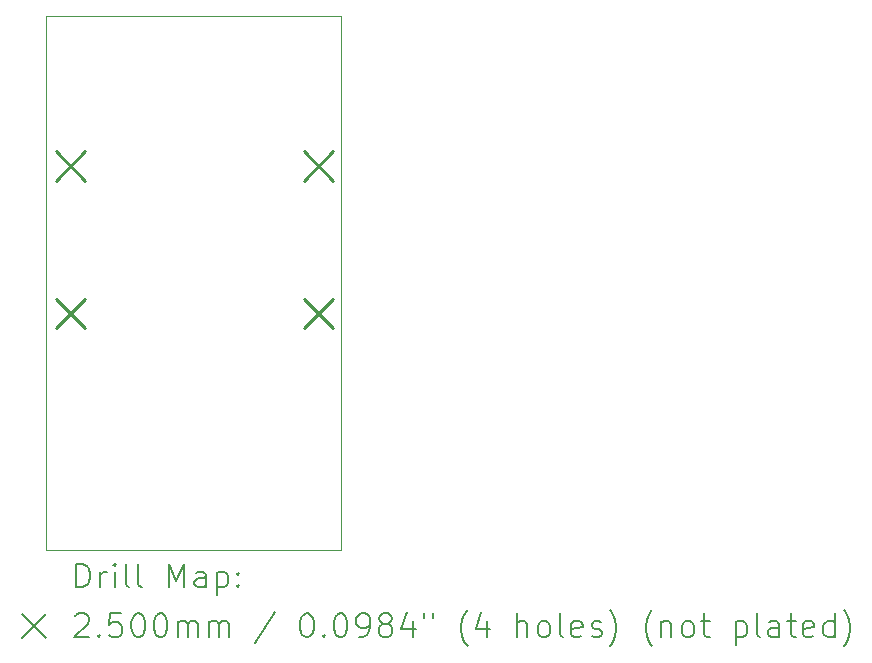
<source format=gbr>
%TF.GenerationSoftware,KiCad,Pcbnew,8.0.5*%
%TF.CreationDate,2024-12-17T10:43:07+01:00*%
%TF.ProjectId,ffc2hdmi,66666332-6864-46d6-992e-6b696361645f,rev?*%
%TF.SameCoordinates,Original*%
%TF.FileFunction,Drillmap*%
%TF.FilePolarity,Positive*%
%FSLAX45Y45*%
G04 Gerber Fmt 4.5, Leading zero omitted, Abs format (unit mm)*
G04 Created by KiCad (PCBNEW 8.0.5) date 2024-12-17 10:43:07*
%MOMM*%
%LPD*%
G01*
G04 APERTURE LIST*
%ADD10C,0.050000*%
%ADD11C,0.200000*%
%ADD12C,0.250000*%
G04 APERTURE END LIST*
D10*
X13600110Y-7905000D02*
X16100110Y-7905000D01*
X16100110Y-12430000D01*
X13600110Y-12430000D01*
X13600110Y-7905000D01*
D11*
D12*
X13685000Y-10300400D02*
X13935000Y-10550400D01*
X13935000Y-10300400D02*
X13685000Y-10550400D01*
X13685110Y-9050360D02*
X13935110Y-9300360D01*
X13935110Y-9050360D02*
X13685110Y-9300360D01*
X15785000Y-10300400D02*
X16035000Y-10550400D01*
X16035000Y-10300400D02*
X15785000Y-10550400D01*
X15785110Y-9050360D02*
X16035110Y-9300360D01*
X16035110Y-9050360D02*
X15785110Y-9300360D01*
D11*
X13858387Y-12743984D02*
X13858387Y-12543984D01*
X13858387Y-12543984D02*
X13906006Y-12543984D01*
X13906006Y-12543984D02*
X13934577Y-12553508D01*
X13934577Y-12553508D02*
X13953625Y-12572555D01*
X13953625Y-12572555D02*
X13963149Y-12591603D01*
X13963149Y-12591603D02*
X13972672Y-12629698D01*
X13972672Y-12629698D02*
X13972672Y-12658269D01*
X13972672Y-12658269D02*
X13963149Y-12696365D01*
X13963149Y-12696365D02*
X13953625Y-12715412D01*
X13953625Y-12715412D02*
X13934577Y-12734460D01*
X13934577Y-12734460D02*
X13906006Y-12743984D01*
X13906006Y-12743984D02*
X13858387Y-12743984D01*
X14058387Y-12743984D02*
X14058387Y-12610650D01*
X14058387Y-12648746D02*
X14067911Y-12629698D01*
X14067911Y-12629698D02*
X14077434Y-12620174D01*
X14077434Y-12620174D02*
X14096482Y-12610650D01*
X14096482Y-12610650D02*
X14115530Y-12610650D01*
X14182196Y-12743984D02*
X14182196Y-12610650D01*
X14182196Y-12543984D02*
X14172672Y-12553508D01*
X14172672Y-12553508D02*
X14182196Y-12563031D01*
X14182196Y-12563031D02*
X14191720Y-12553508D01*
X14191720Y-12553508D02*
X14182196Y-12543984D01*
X14182196Y-12543984D02*
X14182196Y-12563031D01*
X14306006Y-12743984D02*
X14286958Y-12734460D01*
X14286958Y-12734460D02*
X14277434Y-12715412D01*
X14277434Y-12715412D02*
X14277434Y-12543984D01*
X14410768Y-12743984D02*
X14391720Y-12734460D01*
X14391720Y-12734460D02*
X14382196Y-12715412D01*
X14382196Y-12715412D02*
X14382196Y-12543984D01*
X14639339Y-12743984D02*
X14639339Y-12543984D01*
X14639339Y-12543984D02*
X14706006Y-12686841D01*
X14706006Y-12686841D02*
X14772672Y-12543984D01*
X14772672Y-12543984D02*
X14772672Y-12743984D01*
X14953625Y-12743984D02*
X14953625Y-12639222D01*
X14953625Y-12639222D02*
X14944101Y-12620174D01*
X14944101Y-12620174D02*
X14925053Y-12610650D01*
X14925053Y-12610650D02*
X14886958Y-12610650D01*
X14886958Y-12610650D02*
X14867911Y-12620174D01*
X14953625Y-12734460D02*
X14934577Y-12743984D01*
X14934577Y-12743984D02*
X14886958Y-12743984D01*
X14886958Y-12743984D02*
X14867911Y-12734460D01*
X14867911Y-12734460D02*
X14858387Y-12715412D01*
X14858387Y-12715412D02*
X14858387Y-12696365D01*
X14858387Y-12696365D02*
X14867911Y-12677317D01*
X14867911Y-12677317D02*
X14886958Y-12667793D01*
X14886958Y-12667793D02*
X14934577Y-12667793D01*
X14934577Y-12667793D02*
X14953625Y-12658269D01*
X15048863Y-12610650D02*
X15048863Y-12810650D01*
X15048863Y-12620174D02*
X15067911Y-12610650D01*
X15067911Y-12610650D02*
X15106006Y-12610650D01*
X15106006Y-12610650D02*
X15125053Y-12620174D01*
X15125053Y-12620174D02*
X15134577Y-12629698D01*
X15134577Y-12629698D02*
X15144101Y-12648746D01*
X15144101Y-12648746D02*
X15144101Y-12705888D01*
X15144101Y-12705888D02*
X15134577Y-12724936D01*
X15134577Y-12724936D02*
X15125053Y-12734460D01*
X15125053Y-12734460D02*
X15106006Y-12743984D01*
X15106006Y-12743984D02*
X15067911Y-12743984D01*
X15067911Y-12743984D02*
X15048863Y-12734460D01*
X15229815Y-12724936D02*
X15239339Y-12734460D01*
X15239339Y-12734460D02*
X15229815Y-12743984D01*
X15229815Y-12743984D02*
X15220292Y-12734460D01*
X15220292Y-12734460D02*
X15229815Y-12724936D01*
X15229815Y-12724936D02*
X15229815Y-12743984D01*
X15229815Y-12620174D02*
X15239339Y-12629698D01*
X15239339Y-12629698D02*
X15229815Y-12639222D01*
X15229815Y-12639222D02*
X15220292Y-12629698D01*
X15220292Y-12629698D02*
X15229815Y-12620174D01*
X15229815Y-12620174D02*
X15229815Y-12639222D01*
X13397610Y-12972500D02*
X13597610Y-13172500D01*
X13597610Y-12972500D02*
X13397610Y-13172500D01*
X13848863Y-12983031D02*
X13858387Y-12973508D01*
X13858387Y-12973508D02*
X13877434Y-12963984D01*
X13877434Y-12963984D02*
X13925053Y-12963984D01*
X13925053Y-12963984D02*
X13944101Y-12973508D01*
X13944101Y-12973508D02*
X13953625Y-12983031D01*
X13953625Y-12983031D02*
X13963149Y-13002079D01*
X13963149Y-13002079D02*
X13963149Y-13021127D01*
X13963149Y-13021127D02*
X13953625Y-13049698D01*
X13953625Y-13049698D02*
X13839339Y-13163984D01*
X13839339Y-13163984D02*
X13963149Y-13163984D01*
X14048863Y-13144936D02*
X14058387Y-13154460D01*
X14058387Y-13154460D02*
X14048863Y-13163984D01*
X14048863Y-13163984D02*
X14039339Y-13154460D01*
X14039339Y-13154460D02*
X14048863Y-13144936D01*
X14048863Y-13144936D02*
X14048863Y-13163984D01*
X14239339Y-12963984D02*
X14144101Y-12963984D01*
X14144101Y-12963984D02*
X14134577Y-13059222D01*
X14134577Y-13059222D02*
X14144101Y-13049698D01*
X14144101Y-13049698D02*
X14163149Y-13040174D01*
X14163149Y-13040174D02*
X14210768Y-13040174D01*
X14210768Y-13040174D02*
X14229815Y-13049698D01*
X14229815Y-13049698D02*
X14239339Y-13059222D01*
X14239339Y-13059222D02*
X14248863Y-13078269D01*
X14248863Y-13078269D02*
X14248863Y-13125888D01*
X14248863Y-13125888D02*
X14239339Y-13144936D01*
X14239339Y-13144936D02*
X14229815Y-13154460D01*
X14229815Y-13154460D02*
X14210768Y-13163984D01*
X14210768Y-13163984D02*
X14163149Y-13163984D01*
X14163149Y-13163984D02*
X14144101Y-13154460D01*
X14144101Y-13154460D02*
X14134577Y-13144936D01*
X14372672Y-12963984D02*
X14391720Y-12963984D01*
X14391720Y-12963984D02*
X14410768Y-12973508D01*
X14410768Y-12973508D02*
X14420292Y-12983031D01*
X14420292Y-12983031D02*
X14429815Y-13002079D01*
X14429815Y-13002079D02*
X14439339Y-13040174D01*
X14439339Y-13040174D02*
X14439339Y-13087793D01*
X14439339Y-13087793D02*
X14429815Y-13125888D01*
X14429815Y-13125888D02*
X14420292Y-13144936D01*
X14420292Y-13144936D02*
X14410768Y-13154460D01*
X14410768Y-13154460D02*
X14391720Y-13163984D01*
X14391720Y-13163984D02*
X14372672Y-13163984D01*
X14372672Y-13163984D02*
X14353625Y-13154460D01*
X14353625Y-13154460D02*
X14344101Y-13144936D01*
X14344101Y-13144936D02*
X14334577Y-13125888D01*
X14334577Y-13125888D02*
X14325053Y-13087793D01*
X14325053Y-13087793D02*
X14325053Y-13040174D01*
X14325053Y-13040174D02*
X14334577Y-13002079D01*
X14334577Y-13002079D02*
X14344101Y-12983031D01*
X14344101Y-12983031D02*
X14353625Y-12973508D01*
X14353625Y-12973508D02*
X14372672Y-12963984D01*
X14563149Y-12963984D02*
X14582196Y-12963984D01*
X14582196Y-12963984D02*
X14601244Y-12973508D01*
X14601244Y-12973508D02*
X14610768Y-12983031D01*
X14610768Y-12983031D02*
X14620292Y-13002079D01*
X14620292Y-13002079D02*
X14629815Y-13040174D01*
X14629815Y-13040174D02*
X14629815Y-13087793D01*
X14629815Y-13087793D02*
X14620292Y-13125888D01*
X14620292Y-13125888D02*
X14610768Y-13144936D01*
X14610768Y-13144936D02*
X14601244Y-13154460D01*
X14601244Y-13154460D02*
X14582196Y-13163984D01*
X14582196Y-13163984D02*
X14563149Y-13163984D01*
X14563149Y-13163984D02*
X14544101Y-13154460D01*
X14544101Y-13154460D02*
X14534577Y-13144936D01*
X14534577Y-13144936D02*
X14525053Y-13125888D01*
X14525053Y-13125888D02*
X14515530Y-13087793D01*
X14515530Y-13087793D02*
X14515530Y-13040174D01*
X14515530Y-13040174D02*
X14525053Y-13002079D01*
X14525053Y-13002079D02*
X14534577Y-12983031D01*
X14534577Y-12983031D02*
X14544101Y-12973508D01*
X14544101Y-12973508D02*
X14563149Y-12963984D01*
X14715530Y-13163984D02*
X14715530Y-13030650D01*
X14715530Y-13049698D02*
X14725053Y-13040174D01*
X14725053Y-13040174D02*
X14744101Y-13030650D01*
X14744101Y-13030650D02*
X14772673Y-13030650D01*
X14772673Y-13030650D02*
X14791720Y-13040174D01*
X14791720Y-13040174D02*
X14801244Y-13059222D01*
X14801244Y-13059222D02*
X14801244Y-13163984D01*
X14801244Y-13059222D02*
X14810768Y-13040174D01*
X14810768Y-13040174D02*
X14829815Y-13030650D01*
X14829815Y-13030650D02*
X14858387Y-13030650D01*
X14858387Y-13030650D02*
X14877434Y-13040174D01*
X14877434Y-13040174D02*
X14886958Y-13059222D01*
X14886958Y-13059222D02*
X14886958Y-13163984D01*
X14982196Y-13163984D02*
X14982196Y-13030650D01*
X14982196Y-13049698D02*
X14991720Y-13040174D01*
X14991720Y-13040174D02*
X15010768Y-13030650D01*
X15010768Y-13030650D02*
X15039339Y-13030650D01*
X15039339Y-13030650D02*
X15058387Y-13040174D01*
X15058387Y-13040174D02*
X15067911Y-13059222D01*
X15067911Y-13059222D02*
X15067911Y-13163984D01*
X15067911Y-13059222D02*
X15077434Y-13040174D01*
X15077434Y-13040174D02*
X15096482Y-13030650D01*
X15096482Y-13030650D02*
X15125053Y-13030650D01*
X15125053Y-13030650D02*
X15144101Y-13040174D01*
X15144101Y-13040174D02*
X15153625Y-13059222D01*
X15153625Y-13059222D02*
X15153625Y-13163984D01*
X15544101Y-12954460D02*
X15372673Y-13211603D01*
X15801244Y-12963984D02*
X15820292Y-12963984D01*
X15820292Y-12963984D02*
X15839339Y-12973508D01*
X15839339Y-12973508D02*
X15848863Y-12983031D01*
X15848863Y-12983031D02*
X15858387Y-13002079D01*
X15858387Y-13002079D02*
X15867911Y-13040174D01*
X15867911Y-13040174D02*
X15867911Y-13087793D01*
X15867911Y-13087793D02*
X15858387Y-13125888D01*
X15858387Y-13125888D02*
X15848863Y-13144936D01*
X15848863Y-13144936D02*
X15839339Y-13154460D01*
X15839339Y-13154460D02*
X15820292Y-13163984D01*
X15820292Y-13163984D02*
X15801244Y-13163984D01*
X15801244Y-13163984D02*
X15782196Y-13154460D01*
X15782196Y-13154460D02*
X15772673Y-13144936D01*
X15772673Y-13144936D02*
X15763149Y-13125888D01*
X15763149Y-13125888D02*
X15753625Y-13087793D01*
X15753625Y-13087793D02*
X15753625Y-13040174D01*
X15753625Y-13040174D02*
X15763149Y-13002079D01*
X15763149Y-13002079D02*
X15772673Y-12983031D01*
X15772673Y-12983031D02*
X15782196Y-12973508D01*
X15782196Y-12973508D02*
X15801244Y-12963984D01*
X15953625Y-13144936D02*
X15963149Y-13154460D01*
X15963149Y-13154460D02*
X15953625Y-13163984D01*
X15953625Y-13163984D02*
X15944101Y-13154460D01*
X15944101Y-13154460D02*
X15953625Y-13144936D01*
X15953625Y-13144936D02*
X15953625Y-13163984D01*
X16086958Y-12963984D02*
X16106006Y-12963984D01*
X16106006Y-12963984D02*
X16125054Y-12973508D01*
X16125054Y-12973508D02*
X16134577Y-12983031D01*
X16134577Y-12983031D02*
X16144101Y-13002079D01*
X16144101Y-13002079D02*
X16153625Y-13040174D01*
X16153625Y-13040174D02*
X16153625Y-13087793D01*
X16153625Y-13087793D02*
X16144101Y-13125888D01*
X16144101Y-13125888D02*
X16134577Y-13144936D01*
X16134577Y-13144936D02*
X16125054Y-13154460D01*
X16125054Y-13154460D02*
X16106006Y-13163984D01*
X16106006Y-13163984D02*
X16086958Y-13163984D01*
X16086958Y-13163984D02*
X16067911Y-13154460D01*
X16067911Y-13154460D02*
X16058387Y-13144936D01*
X16058387Y-13144936D02*
X16048863Y-13125888D01*
X16048863Y-13125888D02*
X16039339Y-13087793D01*
X16039339Y-13087793D02*
X16039339Y-13040174D01*
X16039339Y-13040174D02*
X16048863Y-13002079D01*
X16048863Y-13002079D02*
X16058387Y-12983031D01*
X16058387Y-12983031D02*
X16067911Y-12973508D01*
X16067911Y-12973508D02*
X16086958Y-12963984D01*
X16248863Y-13163984D02*
X16286958Y-13163984D01*
X16286958Y-13163984D02*
X16306006Y-13154460D01*
X16306006Y-13154460D02*
X16315530Y-13144936D01*
X16315530Y-13144936D02*
X16334577Y-13116365D01*
X16334577Y-13116365D02*
X16344101Y-13078269D01*
X16344101Y-13078269D02*
X16344101Y-13002079D01*
X16344101Y-13002079D02*
X16334577Y-12983031D01*
X16334577Y-12983031D02*
X16325054Y-12973508D01*
X16325054Y-12973508D02*
X16306006Y-12963984D01*
X16306006Y-12963984D02*
X16267911Y-12963984D01*
X16267911Y-12963984D02*
X16248863Y-12973508D01*
X16248863Y-12973508D02*
X16239339Y-12983031D01*
X16239339Y-12983031D02*
X16229816Y-13002079D01*
X16229816Y-13002079D02*
X16229816Y-13049698D01*
X16229816Y-13049698D02*
X16239339Y-13068746D01*
X16239339Y-13068746D02*
X16248863Y-13078269D01*
X16248863Y-13078269D02*
X16267911Y-13087793D01*
X16267911Y-13087793D02*
X16306006Y-13087793D01*
X16306006Y-13087793D02*
X16325054Y-13078269D01*
X16325054Y-13078269D02*
X16334577Y-13068746D01*
X16334577Y-13068746D02*
X16344101Y-13049698D01*
X16458387Y-13049698D02*
X16439339Y-13040174D01*
X16439339Y-13040174D02*
X16429816Y-13030650D01*
X16429816Y-13030650D02*
X16420292Y-13011603D01*
X16420292Y-13011603D02*
X16420292Y-13002079D01*
X16420292Y-13002079D02*
X16429816Y-12983031D01*
X16429816Y-12983031D02*
X16439339Y-12973508D01*
X16439339Y-12973508D02*
X16458387Y-12963984D01*
X16458387Y-12963984D02*
X16496482Y-12963984D01*
X16496482Y-12963984D02*
X16515530Y-12973508D01*
X16515530Y-12973508D02*
X16525054Y-12983031D01*
X16525054Y-12983031D02*
X16534577Y-13002079D01*
X16534577Y-13002079D02*
X16534577Y-13011603D01*
X16534577Y-13011603D02*
X16525054Y-13030650D01*
X16525054Y-13030650D02*
X16515530Y-13040174D01*
X16515530Y-13040174D02*
X16496482Y-13049698D01*
X16496482Y-13049698D02*
X16458387Y-13049698D01*
X16458387Y-13049698D02*
X16439339Y-13059222D01*
X16439339Y-13059222D02*
X16429816Y-13068746D01*
X16429816Y-13068746D02*
X16420292Y-13087793D01*
X16420292Y-13087793D02*
X16420292Y-13125888D01*
X16420292Y-13125888D02*
X16429816Y-13144936D01*
X16429816Y-13144936D02*
X16439339Y-13154460D01*
X16439339Y-13154460D02*
X16458387Y-13163984D01*
X16458387Y-13163984D02*
X16496482Y-13163984D01*
X16496482Y-13163984D02*
X16515530Y-13154460D01*
X16515530Y-13154460D02*
X16525054Y-13144936D01*
X16525054Y-13144936D02*
X16534577Y-13125888D01*
X16534577Y-13125888D02*
X16534577Y-13087793D01*
X16534577Y-13087793D02*
X16525054Y-13068746D01*
X16525054Y-13068746D02*
X16515530Y-13059222D01*
X16515530Y-13059222D02*
X16496482Y-13049698D01*
X16706006Y-13030650D02*
X16706006Y-13163984D01*
X16658387Y-12954460D02*
X16610768Y-13097317D01*
X16610768Y-13097317D02*
X16734577Y-13097317D01*
X16801244Y-12963984D02*
X16801244Y-13002079D01*
X16877435Y-12963984D02*
X16877435Y-13002079D01*
X17172673Y-13240174D02*
X17163149Y-13230650D01*
X17163149Y-13230650D02*
X17144101Y-13202079D01*
X17144101Y-13202079D02*
X17134578Y-13183031D01*
X17134578Y-13183031D02*
X17125054Y-13154460D01*
X17125054Y-13154460D02*
X17115530Y-13106841D01*
X17115530Y-13106841D02*
X17115530Y-13068746D01*
X17115530Y-13068746D02*
X17125054Y-13021127D01*
X17125054Y-13021127D02*
X17134578Y-12992555D01*
X17134578Y-12992555D02*
X17144101Y-12973508D01*
X17144101Y-12973508D02*
X17163149Y-12944936D01*
X17163149Y-12944936D02*
X17172673Y-12935412D01*
X17334578Y-13030650D02*
X17334578Y-13163984D01*
X17286959Y-12954460D02*
X17239340Y-13097317D01*
X17239340Y-13097317D02*
X17363149Y-13097317D01*
X17591721Y-13163984D02*
X17591721Y-12963984D01*
X17677435Y-13163984D02*
X17677435Y-13059222D01*
X17677435Y-13059222D02*
X17667911Y-13040174D01*
X17667911Y-13040174D02*
X17648863Y-13030650D01*
X17648863Y-13030650D02*
X17620292Y-13030650D01*
X17620292Y-13030650D02*
X17601244Y-13040174D01*
X17601244Y-13040174D02*
X17591721Y-13049698D01*
X17801244Y-13163984D02*
X17782197Y-13154460D01*
X17782197Y-13154460D02*
X17772673Y-13144936D01*
X17772673Y-13144936D02*
X17763149Y-13125888D01*
X17763149Y-13125888D02*
X17763149Y-13068746D01*
X17763149Y-13068746D02*
X17772673Y-13049698D01*
X17772673Y-13049698D02*
X17782197Y-13040174D01*
X17782197Y-13040174D02*
X17801244Y-13030650D01*
X17801244Y-13030650D02*
X17829816Y-13030650D01*
X17829816Y-13030650D02*
X17848863Y-13040174D01*
X17848863Y-13040174D02*
X17858387Y-13049698D01*
X17858387Y-13049698D02*
X17867911Y-13068746D01*
X17867911Y-13068746D02*
X17867911Y-13125888D01*
X17867911Y-13125888D02*
X17858387Y-13144936D01*
X17858387Y-13144936D02*
X17848863Y-13154460D01*
X17848863Y-13154460D02*
X17829816Y-13163984D01*
X17829816Y-13163984D02*
X17801244Y-13163984D01*
X17982197Y-13163984D02*
X17963149Y-13154460D01*
X17963149Y-13154460D02*
X17953625Y-13135412D01*
X17953625Y-13135412D02*
X17953625Y-12963984D01*
X18134578Y-13154460D02*
X18115530Y-13163984D01*
X18115530Y-13163984D02*
X18077435Y-13163984D01*
X18077435Y-13163984D02*
X18058387Y-13154460D01*
X18058387Y-13154460D02*
X18048863Y-13135412D01*
X18048863Y-13135412D02*
X18048863Y-13059222D01*
X18048863Y-13059222D02*
X18058387Y-13040174D01*
X18058387Y-13040174D02*
X18077435Y-13030650D01*
X18077435Y-13030650D02*
X18115530Y-13030650D01*
X18115530Y-13030650D02*
X18134578Y-13040174D01*
X18134578Y-13040174D02*
X18144102Y-13059222D01*
X18144102Y-13059222D02*
X18144102Y-13078269D01*
X18144102Y-13078269D02*
X18048863Y-13097317D01*
X18220292Y-13154460D02*
X18239340Y-13163984D01*
X18239340Y-13163984D02*
X18277435Y-13163984D01*
X18277435Y-13163984D02*
X18296483Y-13154460D01*
X18296483Y-13154460D02*
X18306006Y-13135412D01*
X18306006Y-13135412D02*
X18306006Y-13125888D01*
X18306006Y-13125888D02*
X18296483Y-13106841D01*
X18296483Y-13106841D02*
X18277435Y-13097317D01*
X18277435Y-13097317D02*
X18248863Y-13097317D01*
X18248863Y-13097317D02*
X18229816Y-13087793D01*
X18229816Y-13087793D02*
X18220292Y-13068746D01*
X18220292Y-13068746D02*
X18220292Y-13059222D01*
X18220292Y-13059222D02*
X18229816Y-13040174D01*
X18229816Y-13040174D02*
X18248863Y-13030650D01*
X18248863Y-13030650D02*
X18277435Y-13030650D01*
X18277435Y-13030650D02*
X18296483Y-13040174D01*
X18372673Y-13240174D02*
X18382197Y-13230650D01*
X18382197Y-13230650D02*
X18401244Y-13202079D01*
X18401244Y-13202079D02*
X18410768Y-13183031D01*
X18410768Y-13183031D02*
X18420292Y-13154460D01*
X18420292Y-13154460D02*
X18429816Y-13106841D01*
X18429816Y-13106841D02*
X18429816Y-13068746D01*
X18429816Y-13068746D02*
X18420292Y-13021127D01*
X18420292Y-13021127D02*
X18410768Y-12992555D01*
X18410768Y-12992555D02*
X18401244Y-12973508D01*
X18401244Y-12973508D02*
X18382197Y-12944936D01*
X18382197Y-12944936D02*
X18372673Y-12935412D01*
X18734578Y-13240174D02*
X18725054Y-13230650D01*
X18725054Y-13230650D02*
X18706006Y-13202079D01*
X18706006Y-13202079D02*
X18696483Y-13183031D01*
X18696483Y-13183031D02*
X18686959Y-13154460D01*
X18686959Y-13154460D02*
X18677435Y-13106841D01*
X18677435Y-13106841D02*
X18677435Y-13068746D01*
X18677435Y-13068746D02*
X18686959Y-13021127D01*
X18686959Y-13021127D02*
X18696483Y-12992555D01*
X18696483Y-12992555D02*
X18706006Y-12973508D01*
X18706006Y-12973508D02*
X18725054Y-12944936D01*
X18725054Y-12944936D02*
X18734578Y-12935412D01*
X18810768Y-13030650D02*
X18810768Y-13163984D01*
X18810768Y-13049698D02*
X18820292Y-13040174D01*
X18820292Y-13040174D02*
X18839340Y-13030650D01*
X18839340Y-13030650D02*
X18867911Y-13030650D01*
X18867911Y-13030650D02*
X18886959Y-13040174D01*
X18886959Y-13040174D02*
X18896483Y-13059222D01*
X18896483Y-13059222D02*
X18896483Y-13163984D01*
X19020292Y-13163984D02*
X19001244Y-13154460D01*
X19001244Y-13154460D02*
X18991721Y-13144936D01*
X18991721Y-13144936D02*
X18982197Y-13125888D01*
X18982197Y-13125888D02*
X18982197Y-13068746D01*
X18982197Y-13068746D02*
X18991721Y-13049698D01*
X18991721Y-13049698D02*
X19001244Y-13040174D01*
X19001244Y-13040174D02*
X19020292Y-13030650D01*
X19020292Y-13030650D02*
X19048864Y-13030650D01*
X19048864Y-13030650D02*
X19067911Y-13040174D01*
X19067911Y-13040174D02*
X19077435Y-13049698D01*
X19077435Y-13049698D02*
X19086959Y-13068746D01*
X19086959Y-13068746D02*
X19086959Y-13125888D01*
X19086959Y-13125888D02*
X19077435Y-13144936D01*
X19077435Y-13144936D02*
X19067911Y-13154460D01*
X19067911Y-13154460D02*
X19048864Y-13163984D01*
X19048864Y-13163984D02*
X19020292Y-13163984D01*
X19144102Y-13030650D02*
X19220292Y-13030650D01*
X19172673Y-12963984D02*
X19172673Y-13135412D01*
X19172673Y-13135412D02*
X19182197Y-13154460D01*
X19182197Y-13154460D02*
X19201244Y-13163984D01*
X19201244Y-13163984D02*
X19220292Y-13163984D01*
X19439340Y-13030650D02*
X19439340Y-13230650D01*
X19439340Y-13040174D02*
X19458387Y-13030650D01*
X19458387Y-13030650D02*
X19496483Y-13030650D01*
X19496483Y-13030650D02*
X19515530Y-13040174D01*
X19515530Y-13040174D02*
X19525054Y-13049698D01*
X19525054Y-13049698D02*
X19534578Y-13068746D01*
X19534578Y-13068746D02*
X19534578Y-13125888D01*
X19534578Y-13125888D02*
X19525054Y-13144936D01*
X19525054Y-13144936D02*
X19515530Y-13154460D01*
X19515530Y-13154460D02*
X19496483Y-13163984D01*
X19496483Y-13163984D02*
X19458387Y-13163984D01*
X19458387Y-13163984D02*
X19439340Y-13154460D01*
X19648864Y-13163984D02*
X19629816Y-13154460D01*
X19629816Y-13154460D02*
X19620292Y-13135412D01*
X19620292Y-13135412D02*
X19620292Y-12963984D01*
X19810768Y-13163984D02*
X19810768Y-13059222D01*
X19810768Y-13059222D02*
X19801245Y-13040174D01*
X19801245Y-13040174D02*
X19782197Y-13030650D01*
X19782197Y-13030650D02*
X19744102Y-13030650D01*
X19744102Y-13030650D02*
X19725054Y-13040174D01*
X19810768Y-13154460D02*
X19791721Y-13163984D01*
X19791721Y-13163984D02*
X19744102Y-13163984D01*
X19744102Y-13163984D02*
X19725054Y-13154460D01*
X19725054Y-13154460D02*
X19715530Y-13135412D01*
X19715530Y-13135412D02*
X19715530Y-13116365D01*
X19715530Y-13116365D02*
X19725054Y-13097317D01*
X19725054Y-13097317D02*
X19744102Y-13087793D01*
X19744102Y-13087793D02*
X19791721Y-13087793D01*
X19791721Y-13087793D02*
X19810768Y-13078269D01*
X19877435Y-13030650D02*
X19953625Y-13030650D01*
X19906006Y-12963984D02*
X19906006Y-13135412D01*
X19906006Y-13135412D02*
X19915530Y-13154460D01*
X19915530Y-13154460D02*
X19934578Y-13163984D01*
X19934578Y-13163984D02*
X19953625Y-13163984D01*
X20096483Y-13154460D02*
X20077435Y-13163984D01*
X20077435Y-13163984D02*
X20039340Y-13163984D01*
X20039340Y-13163984D02*
X20020292Y-13154460D01*
X20020292Y-13154460D02*
X20010768Y-13135412D01*
X20010768Y-13135412D02*
X20010768Y-13059222D01*
X20010768Y-13059222D02*
X20020292Y-13040174D01*
X20020292Y-13040174D02*
X20039340Y-13030650D01*
X20039340Y-13030650D02*
X20077435Y-13030650D01*
X20077435Y-13030650D02*
X20096483Y-13040174D01*
X20096483Y-13040174D02*
X20106006Y-13059222D01*
X20106006Y-13059222D02*
X20106006Y-13078269D01*
X20106006Y-13078269D02*
X20010768Y-13097317D01*
X20277435Y-13163984D02*
X20277435Y-12963984D01*
X20277435Y-13154460D02*
X20258387Y-13163984D01*
X20258387Y-13163984D02*
X20220292Y-13163984D01*
X20220292Y-13163984D02*
X20201245Y-13154460D01*
X20201245Y-13154460D02*
X20191721Y-13144936D01*
X20191721Y-13144936D02*
X20182197Y-13125888D01*
X20182197Y-13125888D02*
X20182197Y-13068746D01*
X20182197Y-13068746D02*
X20191721Y-13049698D01*
X20191721Y-13049698D02*
X20201245Y-13040174D01*
X20201245Y-13040174D02*
X20220292Y-13030650D01*
X20220292Y-13030650D02*
X20258387Y-13030650D01*
X20258387Y-13030650D02*
X20277435Y-13040174D01*
X20353626Y-13240174D02*
X20363149Y-13230650D01*
X20363149Y-13230650D02*
X20382197Y-13202079D01*
X20382197Y-13202079D02*
X20391721Y-13183031D01*
X20391721Y-13183031D02*
X20401245Y-13154460D01*
X20401245Y-13154460D02*
X20410768Y-13106841D01*
X20410768Y-13106841D02*
X20410768Y-13068746D01*
X20410768Y-13068746D02*
X20401245Y-13021127D01*
X20401245Y-13021127D02*
X20391721Y-12992555D01*
X20391721Y-12992555D02*
X20382197Y-12973508D01*
X20382197Y-12973508D02*
X20363149Y-12944936D01*
X20363149Y-12944936D02*
X20353626Y-12935412D01*
M02*

</source>
